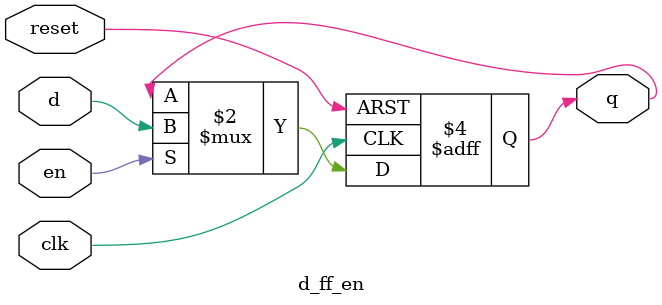
<source format=v>
module d_ff_en (
    input wire clk,
    input wire reset,
    input wire en,
    input wire d,
    output reg q
);

always @(posedge clk,posedge reset) begin
    if(reset)
      q<=1'b0;
    else if(en)
      q<=d;
end
endmodule
</source>
